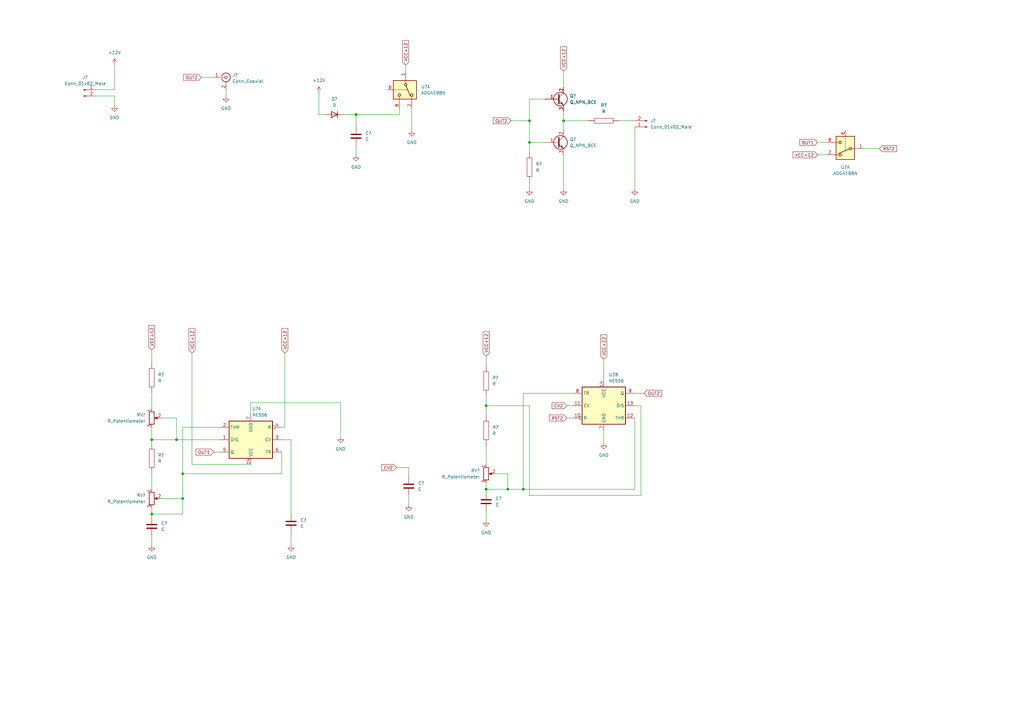
<source format=kicad_sch>
(kicad_sch (version 20211123) (generator eeschema)
  (paper "A3")
  (lib_symbols
    (symbol "Analog_Switch:ADG419BN" (pin_names (offset 0.254))
      (property "Reference" "U" (at -3.175 4.699 0))
      (property "Value" "ADG419BN" (at -3.175 2.921 0))
      (symbol "ADG419BN_1_1"
        (rectangle (start -3.81 1.905) (end 3.81 -7.62) (stroke (width 0.254)) (fill (type background)))
        (circle (center -2.159 -2.54) (radius 0.508) (stroke (width 0.254)))
        (polyline (pts (xy -5.08 -2.54) (xy -2.794 -2.54)))
        (polyline (pts (xy -1.651 -2.413) (xy 2.54 -0.635)) (stroke (width 0.254)))
        (polyline (pts (xy 0 -7.62) (xy 0 -7.112)))
        (polyline (pts (xy 0 -6.858) (xy 0 -6.604)))
        (polyline (pts (xy 0 -6.35) (xy 0 -6.096)))
        (polyline (pts (xy 0 -5.842) (xy 0 -5.588)))
        (polyline (pts (xy 0 -5.334) (xy 0 -5.08)))
        (polyline (pts (xy 0 -4.826) (xy 0 -4.572)))
        (polyline (pts (xy 0 -4.318) (xy 0 -4.064)))
        (polyline (pts (xy 0 -3.81) (xy 0 -3.556)))
        (polyline (pts (xy 0 -3.302) (xy 0 -3.048)))
        (polyline (pts (xy 0 -2.794) (xy 0 -2.54)))
        (polyline (pts (xy 0 -2.286) (xy 0 -2.032)))
        (polyline (pts (xy 0 -2.286) (xy 0 -2.032)))
        (polyline (pts (xy 5.08 -5.08) (xy 2.794 -5.08)))
        (polyline (pts (xy 5.08 0) (xy 2.794 0)))
        (circle (center 2.159 -5.08) (radius 0.508) (stroke (width 0.254)))
        (circle (center 2.159 0) (radius 0.508) (stroke (width 0.254)))
        (pin passive line (at -7.62 -2.54 0) (length 2.54) (name "~") (number "1"))
        (pin passive line (at 7.62 0 180) (length 2.54) (name "~") (number "2"))
        (pin input line (at 0 -10.16 90) (length 2.54) (name "~") (number "6"))
        (pin passive line (at 7.62 -5.08 180) (length 2.54) (name "~") (number "8"))
      )
      (symbol "ADG419BN_2_0"
        (pin power_in line (at 0 -12.7 90) (length 2.54) (name "GND") (number "3"))
        (pin power_in line (at 0 12.7 270) (length 2.54) (name "V+") (number "4"))
        (pin power_in line (at 2.54 12.7 270) (length 2.54) (name "VL") (number "5"))
        (pin power_in line (at 2.54 -12.7 90) (length 2.54) (name "V-") (number "7"))
      )
      (symbol "ADG419BN_2_1"
        (rectangle (start -3.81 10.16) (end 6.35 -10.16) (stroke (width 0.254)) (fill (type background)))
      )
    )
    (symbol "Connector:Conn_01x02_Male" (pin_names (offset 1.016) hide)
      (property "Reference" "J" (at 0 2.54 0))
      (property "Value" "Conn_01x02_Male" (at 0 -5.08 0))
      (symbol "Conn_01x02_Male_1_1"
        (polyline (pts (xy 1.27 -2.54) (xy 0.8636 -2.54)) (stroke (width 0.1524)))
        (polyline (pts (xy 1.27 0) (xy 0.8636 0)) (stroke (width 0.1524)))
        (rectangle (start 0.8636 -2.413) (end 0 -2.667) (stroke (width 0.1524)) (fill (type outline)))
        (rectangle (start 0.8636 0.127) (end 0 -0.127) (stroke (width 0.1524)) (fill (type outline)))
        (pin passive line (at 5.08 0 180) (length 3.81) (name "Pin_1") (number "1"))
        (pin passive line (at 5.08 -2.54 180) (length 3.81) (name "Pin_2") (number "2"))
      )
    )
    (symbol "Connector:Conn_Coaxial" (pin_names (offset 1.016) hide)
      (property "Reference" "J" (at 0.254 3.048 0))
      (property "Value" "Conn_Coaxial" (at 2.921 0 90))
      (symbol "Conn_Coaxial_0_1"
        (arc (start -1.778 -0.508) (mid 0.2311 -1.8066) (end 1.778 0) (stroke (width 0.254)))
        (polyline (pts (xy -2.54 0) (xy -0.508 0)))
        (polyline (pts (xy 0 -2.54) (xy 0 -1.778)))
        (circle (center 0 0) (radius 0.508) (stroke (width 0.2032)))
        (arc (start 1.778 0) (mid 0.2099 1.8101) (end -1.778 0.508) (stroke (width 0.254)))
      )
      (symbol "Conn_Coaxial_1_1"
        (pin passive line (at -5.08 0 0) (length 2.54) (name "In") (number "1"))
        (pin passive line (at 0 -5.08 90) (length 2.54) (name "Ext") (number "2"))
      )
    )
    (symbol "Device:C" (pin_numbers hide) (pin_names (offset 0.254))
      (property "Reference" "C" (at 0.635 2.54 0))
      (property "Value" "C" (at 0.635 -2.54 0))
      (symbol "C_0_1"
        (polyline (pts (xy -2.032 -0.762) (xy 2.032 -0.762)) (stroke (width 0.508)))
        (polyline (pts (xy -2.032 0.762) (xy 2.032 0.762)) (stroke (width 0.508)))
      )
      (symbol "C_1_1"
        (pin passive line (at 0 3.81 270) (length 2.794) (name "~") (number "1"))
        (pin passive line (at 0 -3.81 90) (length 2.794) (name "~") (number "2"))
      )
    )
    (symbol "Device:D" (pin_numbers hide) (pin_names (offset 1.016) hide)
      (property "Reference" "D" (at 0 2.54 0))
      (property "Value" "D" (at 0 -2.54 0))
      (symbol "D_0_1"
        (polyline (pts (xy -1.27 1.27) (xy -1.27 -1.27)) (stroke (width 0.254)))
        (polyline (pts (xy 1.27 0) (xy -1.27 0)))
        (polyline (pts (xy 1.27 1.27) (xy 1.27 -1.27) (xy -1.27 0) (xy 1.27 1.27)) (stroke (width 0.254)))
      )
      (symbol "D_1_1"
        (pin passive line (at -3.81 0 0) (length 2.54) (name "K") (number "1"))
        (pin passive line (at 3.81 0 180) (length 2.54) (name "A") (number "2"))
      )
    )
    (symbol "Device:Q_NPN_BCE" (pin_names (offset 0) hide)
      (property "Reference" "Q" (at 5.08 1.27 0))
      (property "Value" "Q_NPN_BCE" (at 5.08 -1.27 0))
      (symbol "Q_NPN_BCE_0_1"
        (polyline (pts (xy 0.635 0.635) (xy 2.54 2.54)))
        (polyline (pts (xy 0.635 -0.635) (xy 2.54 -2.54) (xy 2.54 -2.54)))
        (polyline (pts (xy 0.635 1.905) (xy 0.635 -1.905) (xy 0.635 -1.905)) (stroke (width 0.508)))
        (polyline (pts (xy 1.27 -1.778) (xy 1.778 -1.27) (xy 2.286 -2.286) (xy 1.27 -1.778) (xy 1.27 -1.778)) (fill (type outline)))
        (circle (center 1.27 0) (radius 2.8194) (stroke (width 0.254)))
      )
      (symbol "Q_NPN_BCE_1_1"
        (pin input line (at -5.08 0 0) (length 5.715) (name "B") (number "1"))
        (pin passive line (at 2.54 5.08 270) (length 2.54) (name "C") (number "2"))
        (pin passive line (at 2.54 -5.08 90) (length 2.54) (name "E") (number "3"))
      )
    )
    (symbol "Device:R_Potentiometer" (pin_names (offset 1.016) hide)
      (property "Reference" "RV" (at -4.445 0 90))
      (property "Value" "R_Potentiometer" (at -2.54 0 90))
      (symbol "R_Potentiometer_0_1"
        (polyline (pts (xy 2.54 0) (xy 1.524 0)))
        (polyline (pts (xy 1.143 0) (xy 2.286 0.508) (xy 2.286 -0.508) (xy 1.143 0)) (fill (type outline)))
        (rectangle (start 1.016 2.54) (end -1.016 -2.54) (stroke (width 0.254)))
      )
      (symbol "R_Potentiometer_1_1"
        (pin passive line (at 0 3.81 270) (length 1.27) (name "1") (number "1"))
        (pin passive line (at 3.81 0 180) (length 1.27) (name "2") (number "2"))
        (pin passive line (at 0 -3.81 90) (length 1.27) (name "3") (number "3"))
      )
    )
    (symbol "Timer:NE556"
      (property "Reference" "U" (at -10.16 8.89 0))
      (property "Value" "NE556" (at -10.16 -8.89 0))
      (symbol "NE556_0_0"
        (pin power_in line (at 0 10.16 270) (length 2.54) (name "VCC") (number "14"))
        (pin power_in line (at 0 -10.16 90) (length 2.54) (name "GND") (number "7"))
      )
      (symbol "NE556_0_1"
        (rectangle (start -8.89 -7.62) (end 8.89 7.62) (stroke (width 0.254)) (fill (type background)))
        (rectangle (start -8.89 -7.62) (end 8.89 7.62) (stroke (width 0.254)) (fill (type background)))
      )
      (symbol "NE556_1_1"
        (pin input line (at 12.7 0 180) (length 3.81) (name "DIS") (number "1"))
        (pin input line (at 12.7 -5.08 180) (length 3.81) (name "THR") (number "2"))
        (pin input line (at -12.7 0 0) (length 3.81) (name "CV") (number "3"))
        (pin input inverted (at -12.7 -5.08 0) (length 3.81) (name "R") (number "4"))
        (pin output line (at 12.7 5.08 180) (length 3.81) (name "Q") (number "5"))
        (pin input line (at -12.7 5.08 0) (length 3.81) (name "TR") (number "6"))
      )
      (symbol "NE556_2_1"
        (pin input inverted (at -12.7 -5.08 0) (length 3.81) (name "R") (number "10"))
        (pin input line (at -12.7 0 0) (length 3.81) (name "CV") (number "11"))
        (pin input line (at 12.7 -5.08 180) (length 3.81) (name "THR") (number "12"))
        (pin input line (at 12.7 0 180) (length 3.81) (name "DIS") (number "13"))
        (pin input line (at -12.7 5.08 0) (length 3.81) (name "TR") (number "8"))
        (pin output line (at 12.7 5.08 180) (length 3.81) (name "Q") (number "9"))
      )
    )
    (symbol "antmicroResistorsmisc:R" (pin_numbers hide) (pin_names (offset 0))
      (property "Reference" "R" (at 2.032 0 90))
      (property "Value" "R" (at 0 0 90))
      (symbol "R_0_1"
        (rectangle (start -1.016 3.81) (end 1.016 -3.81))
      )
      (symbol "R_1_1"
        (pin passive line (at 0 6.35 270) (length 2.54) (name "~") (number "1"))
        (pin passive line (at 0 -6.35 90) (length 2.54) (name "~") (number "2"))
      )
    )
    (symbol "power:+12V" (power) (pin_names (offset 0))
      (property "Value" "+12V" (at 0 3.556 0))
      (symbol "+12V_0_1"
        (polyline (pts (xy -0.762 1.27) (xy 0 2.54)))
        (polyline (pts (xy 0 0) (xy 0 2.54)))
        (polyline (pts (xy 0 2.54) (xy 0.762 1.27)))
      )
      (symbol "+12V_1_1"
        (pin power_in line (at 0 0 90) (length 0) hide (name "+12V") (number "1"))
      )
    )
    (symbol "power:GND" (power) (pin_names (offset 0))
      (property "Value" "GND" (at 0 -3.81 0))
      (symbol "GND_0_1"
        (polyline (pts (xy 0 0) (xy 0 -1.27) (xy 1.27 -1.27) (xy 0 -2.54) (xy -1.27 -1.27) (xy 0 -1.27)))
      )
      (symbol "GND_1_1"
        (pin power_in line (at 0 0 270) (length 0) hide (name "GND") (number "1"))
      )
    )
  )
  (junction (at 72.39 180.34))
  (junction (at 217.17 49.53))
  (junction (at 74.93 204.47))
  (junction (at 214.63 200.66))
  (junction (at 146.05 46.99))
  (junction (at 62.23 180.34))
  (junction (at 74.93 194.31))
  (junction (at 217.17 58.42))
  (junction (at 62.23 210.82))
  (junction (at 231.14 49.53))
  (junction (at 199.39 166.37))
  (junction (at 208.28 200.66))
  (junction (at 199.39 200.66))
  (wire (pts (xy 199.39 209.55) (xy 199.39 213.36)))
  (wire (pts (xy 116.84 175.26) (xy 115.57 175.26)))
  (wire (pts (xy 199.39 198.12) (xy 199.39 200.66)))
  (wire (pts (xy 335.28 63.5) (xy 339.09 63.5)))
  (wire (pts (xy 163.83 46.99) (xy 146.05 46.99)))
  (wire (pts (xy 260.35 52.07) (xy 260.35 77.47)))
  (wire (pts (xy 115.57 194.31) (xy 74.93 194.31)))
  (wire (pts (xy 199.39 200.66) (xy 199.39 201.93)))
  (wire (pts (xy 39.37 39.37) (xy 46.99 39.37)))
  (wire (pts (xy 92.71 36.83) (xy 92.71 39.37)))
  (wire (pts (xy 262.89 203.2) (xy 262.89 166.37)))
  (wire (pts (xy 199.39 162.56) (xy 199.39 166.37)))
  (wire (pts (xy 62.23 210.82) (xy 74.93 210.82)))
  (wire (pts (xy 46.99 36.83) (xy 46.99 26.67)))
  (wire (pts (xy 62.23 210.82) (xy 62.23 212.09)))
  (wire (pts (xy 87.63 185.42) (xy 90.17 185.42)))
  (wire (pts (xy 167.64 203.2) (xy 167.64 207.01)))
  (wire (pts (xy 208.28 194.31) (xy 208.28 200.66)))
  (wire (pts (xy 208.28 200.66) (xy 214.63 200.66)))
  (wire (pts (xy 199.39 166.37) (xy 217.17 166.37)))
  (wire (pts (xy 62.23 194.31) (xy 62.23 200.66)))
  (wire (pts (xy 119.38 218.44) (xy 119.38 223.52)))
  (wire (pts (xy 62.23 219.71) (xy 62.23 223.52)))
  (wire (pts (xy 217.17 40.64) (xy 217.17 49.53)))
  (wire (pts (xy 335.28 58.42) (xy 339.09 58.42)))
  (wire (pts (xy 203.2 194.31) (xy 208.28 194.31)))
  (wire (pts (xy 162.56 191.77) (xy 167.64 191.77)))
  (wire (pts (xy 39.37 36.83) (xy 46.99 36.83)))
  (wire (pts (xy 209.55 49.53) (xy 217.17 49.53)))
  (wire (pts (xy 260.35 161.29) (xy 264.16 161.29)))
  (wire (pts (xy 62.23 180.34) (xy 72.39 180.34)))
  (wire (pts (xy 62.23 161.29) (xy 62.23 167.64)))
  (wire (pts (xy 166.37 26.67) (xy 166.37 29.21)))
  (wire (pts (xy 102.87 170.18) (xy 102.87 165.1)))
  (wire (pts (xy 232.41 166.37) (xy 234.95 166.37)))
  (wire (pts (xy 231.14 29.21) (xy 231.14 35.56)))
  (wire (pts (xy 217.17 74.93) (xy 217.17 77.47)))
  (wire (pts (xy 247.65 176.53) (xy 247.65 181.61)))
  (wire (pts (xy 146.05 59.69) (xy 146.05 63.5)))
  (wire (pts (xy 232.41 171.45) (xy 234.95 171.45)))
  (wire (pts (xy 119.38 210.82) (xy 119.38 180.34)))
  (wire (pts (xy 247.65 147.32) (xy 247.65 156.21)))
  (wire (pts (xy 140.97 46.99) (xy 146.05 46.99)))
  (wire (pts (xy 217.17 49.53) (xy 217.17 58.42)))
  (wire (pts (xy 130.81 46.99) (xy 133.35 46.99)))
  (wire (pts (xy 231.14 49.53) (xy 231.14 53.34)))
  (wire (pts (xy 72.39 171.45) (xy 72.39 180.34)))
  (wire (pts (xy 262.89 166.37) (xy 260.35 166.37)))
  (wire (pts (xy 62.23 180.34) (xy 62.23 181.61)))
  (wire (pts (xy 199.39 146.05) (xy 199.39 149.86)))
  (wire (pts (xy 82.55 31.75) (xy 87.63 31.75)))
  (wire (pts (xy 78.74 144.78) (xy 78.74 190.5)))
  (wire (pts (xy 217.17 166.37) (xy 217.17 203.2)))
  (wire (pts (xy 102.87 190.5) (xy 78.74 190.5)))
  (wire (pts (xy 62.23 175.26) (xy 62.23 180.34)))
  (wire (pts (xy 167.64 191.77) (xy 167.64 195.58)))
  (wire (pts (xy 254 49.53) (xy 260.35 49.53)))
  (wire (pts (xy 46.99 39.37) (xy 46.99 43.18)))
  (wire (pts (xy 74.93 210.82) (xy 74.93 204.47)))
  (wire (pts (xy 66.04 171.45) (xy 72.39 171.45)))
  (wire (pts (xy 115.57 185.42) (xy 115.57 194.31)))
  (wire (pts (xy 217.17 58.42) (xy 217.17 62.23)))
  (wire (pts (xy 74.93 204.47) (xy 74.93 194.31)))
  (wire (pts (xy 199.39 166.37) (xy 199.39 170.18)))
  (wire (pts (xy 223.52 40.64) (xy 217.17 40.64)))
  (wire (pts (xy 119.38 180.34) (xy 115.57 180.34)))
  (wire (pts (xy 66.04 204.47) (xy 74.93 204.47)))
  (wire (pts (xy 231.14 45.72) (xy 231.14 49.53)))
  (wire (pts (xy 214.63 200.66) (xy 260.35 200.66)))
  (wire (pts (xy 231.14 49.53) (xy 241.3 49.53)))
  (wire (pts (xy 116.84 144.78) (xy 116.84 175.26)))
  (wire (pts (xy 102.87 165.1) (xy 139.7 165.1)))
  (wire (pts (xy 163.83 44.45) (xy 163.83 46.99)))
  (wire (pts (xy 130.81 38.1) (xy 130.81 46.99)))
  (wire (pts (xy 72.39 180.34) (xy 90.17 180.34)))
  (wire (pts (xy 146.05 46.99) (xy 146.05 52.07)))
  (wire (pts (xy 354.33 60.96) (xy 360.68 60.96)))
  (wire (pts (xy 74.93 194.31) (xy 74.93 175.26)))
  (wire (pts (xy 62.23 143.51) (xy 62.23 148.59)))
  (wire (pts (xy 260.35 200.66) (xy 260.35 171.45)))
  (wire (pts (xy 168.91 44.45) (xy 168.91 53.34)))
  (wire (pts (xy 74.93 175.26) (xy 90.17 175.26)))
  (wire (pts (xy 217.17 58.42) (xy 223.52 58.42)))
  (wire (pts (xy 139.7 165.1) (xy 139.7 179.07)))
  (wire (pts (xy 199.39 182.88) (xy 199.39 190.5)))
  (wire (pts (xy 62.23 208.28) (xy 62.23 210.82)))
  (wire (pts (xy 199.39 200.66) (xy 208.28 200.66)))
  (wire (pts (xy 214.63 161.29) (xy 234.95 161.29)))
  (wire (pts (xy 217.17 203.2) (xy 262.89 203.2)))
  (wire (pts (xy 214.63 200.66) (xy 214.63 161.29)))
  (wire (pts (xy 231.14 63.5) (xy 231.14 77.47)))
  (global_label "CV2" (shape input) (at 162.56 191.77 180) (property "Intersheet References" "${INTERSHEET_REFS}" (effects hide)))
  (global_label "CV2" (shape input) (at 232.41 166.37 180) (property "Intersheet References" "${INTERSHEET_REFS}" (effects hide)))
  (global_label "OUT2" (shape input) (at 82.55 31.75 180) (property "Intersheet References" "${INTERSHEET_REFS}" (effects hide)))
  (global_label "VCC+12" (shape input) (at 199.39 146.05 90) (property "Intersheet References" "${INTERSHEET_REFS}" (effects hide)))
  (global_label "RST2" (shape input) (at 232.41 171.45 180) (property "Intersheet References" "${INTERSHEET_REFS}" (effects hide)))
  (global_label "VCC+12" (shape input) (at 231.14 29.21 90) (property "Intersheet References" "${INTERSHEET_REFS}" (effects hide)))
  (global_label "VCC+12" (shape input) (at 247.65 147.32 90) (property "Intersheet References" "${INTERSHEET_REFS}" (effects hide)))
  (global_label "OUT2" (shape input) (at 264.16 161.29 0) (property "Intersheet References" "${INTERSHEET_REFS}" (effects hide)))
  (global_label "VCC+12" (shape input) (at 335.28 63.5 180) (property "Intersheet References" "${INTERSHEET_REFS}" (effects hide)))
  (global_label "OUT1" (shape input) (at 335.28 58.42 180) (property "Intersheet References" "${INTERSHEET_REFS}" (effects hide)))
  (global_label "VCC+12" (shape input) (at 166.37 26.67 90) (property "Intersheet References" "${INTERSHEET_REFS}" (effects hide)))
  (global_label "VCC+12" (shape input) (at 62.23 143.51 90) (property "Intersheet References" "${INTERSHEET_REFS}" (effects hide)))
  (global_label "VCC+12" (shape input) (at 78.74 144.78 90) (property "Intersheet References" "${INTERSHEET_REFS}" (effects hide)))
  (global_label "RST2" (shape input) (at 360.68 60.96 0) (property "Intersheet References" "${INTERSHEET_REFS}" (effects hide)))
  (global_label "OUT2" (shape input) (at 209.55 49.53 180) (property "Intersheet References" "${INTERSHEET_REFS}" (effects hide)))
  (global_label "OUT1" (shape input) (at 87.63 185.42 180) (property "Intersheet References" "${INTERSHEET_REFS}" (effects hide)))
  (global_label "VCC+12" (shape input) (at 116.84 144.78 90) (property "Intersheet References" "${INTERSHEET_REFS}" (effects hide)))
  (symbol (lib_id "Device:C") (at 167.64 199.39 0) (unit 1)
    (property "Reference" "C?" (at 171.45 198.1199 0) (effects (justify left)))
    (property "Value" "C" (at 171.45 200.6599 0) (effects (justify left)))
  )
  (symbol (lib_id "power:GND") (at 260.35 77.47 0) (unit 1)
    (property "Reference" "#PWR?" (effects hide))
    (property "Value" "GND" (at 260.35 82.55 0))
  )
  (symbol (lib_id "antmicroResistorsmisc:R") (at 217.17 68.58 0) (unit 1)
    (property "Reference" "R?" (at 219.71 67.3099 0) (effects (justify left)))
    (property "Value" "R" (at 219.71 69.8499 0) (effects (justify left)))
    (property "Footprint" "antmicro-footprints:R_0201_0603Metric" (effects hide))
  )
  (symbol (lib_id "power:GND") (at 217.17 77.47 0) (unit 1)
    (property "Reference" "#PWR?" (effects hide))
    (property "Value" "GND" (at 217.17 82.55 0))
  )
  (symbol (lib_id "Device:R_Potentiometer") (at 62.23 171.45 0) (unit 1)
    (property "Reference" "RV?" (at 59.69 170.1799 0) (effects (justify right)))
    (property "Value" "R_Potentiometer" (at 59.69 172.7199 0) (effects (justify right)))
  )
  (symbol (lib_id "Device:C") (at 119.38 214.63 0) (unit 1)
    (property "Reference" "C?" (at 123.19 213.3599 0) (effects (justify left)))
    (property "Value" "C" (at 123.19 215.8999 0) (effects (justify left)))
  )
  (symbol (lib_id "Timer:NE556") (at 102.87 180.34 180) (unit 1)
    (property "Reference" "U?" (at 103.3906 167.64 0) (effects (justify right)))
    (property "Value" "NE556" (at 103.3906 170.18 0) (effects (justify right)))
    (property "Datasheet" "http://www.ti.com/lit/ds/symlink/ne556.pdf" (effects hide))
  )
  (symbol (lib_id "Device:D") (at 137.16 46.99 180) (unit 1)
    (property "Reference" "D?" (at 137.16 40.64 0))
    (property "Value" "D" (at 137.16 43.18 0))
  )
  (symbol (lib_id "power:GND") (at 119.38 223.52 0) (unit 1)
    (property "Reference" "#PWR?" (effects hide))
    (property "Value" "GND" (at 119.38 228.6 0))
  )
  (symbol (lib_id "Device:C") (at 199.39 205.74 0) (unit 1)
    (property "Reference" "C?" (at 203.2 204.4699 0) (effects (justify left)))
    (property "Value" "C" (at 203.2 207.0099 0) (effects (justify left)))
  )
  (symbol (lib_id "antmicroResistorsmisc:R") (at 247.65 49.53 90) (unit 1)
    (property "Reference" "R?" (at 247.65 43.18 90))
    (property "Value" "R" (at 247.65 45.72 90))
    (property "Footprint" "antmicro-footprints:R_0201_0603Metric" (effects hide))
  )
  (symbol (lib_id "power:GND") (at 231.14 77.47 0) (unit 1)
    (property "Reference" "#PWR?" (effects hide))
    (property "Value" "GND" (at 231.14 82.55 0))
  )
  (symbol (lib_id "Device:C") (at 146.05 55.88 0) (unit 1)
    (property "Reference" "C?" (at 149.86 54.6099 0) (effects (justify left)))
    (property "Value" "C" (at 149.86 57.1499 0) (effects (justify left)))
  )
  (symbol (lib_id "Analog_Switch:ADG419BN") (at 346.71 63.5 180) (unit 1)
    (property "Reference" "U?" (at 346.71 68.58 0))
    (property "Value" "ADG419BN" (at 346.71 71.12 0))
    (property "Footprint" "Package_DIP:DIP-8_W7.62mm" (effects hide))
    (property "Datasheet" "https://www.analog.com/media/en/technical-documentation/data-sheets/ADG419.pdf" (effects hide))
  )
  (symbol (lib_id "Connector:Conn_Coaxial") (at 92.71 31.75 0) (unit 1)
    (property "Reference" "J?" (at 95.25 30.7731 0) (effects (justify left)))
    (property "Value" "Conn_Coaxial" (at 95.25 33.3131 0) (effects (justify left)))
    (property "Datasheet" " ~" (effects hide))
  )
  (symbol (lib_id "power:GND") (at 92.71 39.37 0) (unit 1)
    (property "Reference" "#PWR?" (effects hide))
    (property "Value" "GND" (at 92.71 44.45 0))
  )
  (symbol (lib_id "power:GND") (at 139.7 179.07 0) (unit 1)
    (property "Reference" "#PWR?" (effects hide))
    (property "Value" "GND" (at 139.7 184.15 0))
  )
  (symbol (lib_id "power:+12V") (at 46.99 26.67 0) (unit 1)
    (property "Reference" "#PWR?" (effects hide))
    (property "Value" "+12V" (at 46.99 21.59 0))
  )
  (symbol (lib_id "Device:R_Potentiometer") (at 199.39 194.31 0) (unit 1)
    (property "Reference" "RV?" (at 196.85 193.0399 0) (effects (justify right)))
    (property "Value" "R_Potentiometer" (at 196.85 195.5799 0) (effects (justify right)))
  )
  (symbol (lib_id "power:GND") (at 247.65 181.61 0) (unit 1)
    (property "Reference" "#PWR?" (effects hide))
    (property "Value" "GND" (at 247.65 186.69 0))
  )
  (symbol (lib_id "antmicroResistorsmisc:R") (at 62.23 154.94 0) (unit 1)
    (property "Reference" "R?" (at 64.77 153.6699 0) (effects (justify left)))
    (property "Value" "R" (at 64.77 156.2099 0) (effects (justify left)))
    (property "Footprint" "antmicro-footprints:R_0201_0603Metric" (effects hide))
  )
  (symbol (lib_id "antmicroResistorsmisc:R") (at 199.39 156.21 0) (unit 1)
    (property "Reference" "R?" (at 201.93 154.9399 0) (effects (justify left)))
    (property "Value" "R" (at 201.93 157.4799 0) (effects (justify left)))
    (property "Footprint" "antmicro-footprints:R_0201_0603Metric" (effects hide))
  )
  (symbol (lib_id "antmicroResistorsmisc:R") (at 199.39 176.53 0) (unit 1)
    (property "Reference" "R?" (at 201.93 175.2599 0) (effects (justify left)))
    (property "Value" "R" (at 201.93 177.7999 0) (effects (justify left)))
    (property "Footprint" "antmicro-footprints:R_0201_0603Metric" (effects hide))
  )
  (symbol (lib_id "Device:R_Potentiometer") (at 62.23 204.47 0) (unit 1)
    (property "Reference" "RV?" (at 59.69 203.1999 0) (effects (justify right)))
    (property "Value" "R_Potentiometer" (at 59.69 205.7399 0) (effects (justify right)))
  )
  (symbol (lib_id "power:+12V") (at 130.81 38.1 0) (unit 1)
    (property "Reference" "#PWR?" (effects hide))
    (property "Value" "+12V" (at 130.81 33.02 0))
  )
  (symbol (lib_id "power:GND") (at 167.64 207.01 0) (unit 1)
    (property "Reference" "#PWR?" (effects hide))
    (property "Value" "GND" (at 167.64 212.09 0))
  )
  (symbol (lib_id "power:GND") (at 199.39 213.36 0) (unit 1)
    (property "Reference" "#PWR?" (effects hide))
    (property "Value" "GND" (at 199.39 218.44 0))
  )
  (symbol (lib_id "Device:Q_NPN_BCE") (at 228.6 58.42 0) (unit 1)
    (property "Reference" "Q?" (at 233.68 57.1499 0) (effects (justify left)))
    (property "Value" "Q_NPN_BCE" (at 233.68 59.6899 0) (effects (justify left)))
  )
  (symbol (lib_id "power:GND") (at 46.99 43.18 0) (unit 1)
    (property "Reference" "#PWR?" (effects hide))
    (property "Value" "GND" (at 46.99 48.26 0))
  )
  (symbol (lib_id "Connector:Conn_01x02_Male") (at 265.43 52.07 180) (unit 1)
    (property "Reference" "J?" (at 266.7 49.5299 0) (effects (justify right)))
    (property "Value" "Conn_01x02_Male" (at 266.7 52.0699 0) (effects (justify right)))
  )
  (symbol (lib_id "Connector:Conn_01x02_Male") (at 34.29 36.83 0) (unit 1)
    (property "Reference" "J?" (at 34.925 31.75 0))
    (property "Value" "Conn_01x02_Male" (at 34.925 34.29 0))
  )
  (symbol (lib_id "Analog_Switch:ADG419BN") (at 168.91 36.83 270) (unit 1)
    (property "Reference" "U?" (at 172.72 35.5599 90) (effects (justify left)))
    (property "Value" "ADG419BN" (at 172.72 38.0999 90) (effects (justify left)))
    (property "Footprint" "Package_DIP:DIP-8_W7.62mm" (effects hide))
    (property "Datasheet" "https://www.analog.com/media/en/technical-documentation/data-sheets/ADG419.pdf" (effects hide))
  )
  (symbol (lib_id "Device:Q_NPN_BCE") (at 228.6 40.64 0) (unit 1)
    (property "Reference" "Q?" (at 233.68 39.3699 0) (effects (justify left)))
    (property "Value" "Q_NPN_BCE" (at 233.68 41.9099 0) (effects (justify left)))
  )
  (symbol (lib_id "Device:C") (at 62.23 215.9 0) (unit 1)
    (property "Reference" "C?" (at 66.04 214.6299 0) (effects (justify left)))
    (property "Value" "C" (at 66.04 217.1699 0) (effects (justify left)))
  )
  (symbol (lib_id "power:GND") (at 62.23 223.52 0) (unit 1)
    (property "Reference" "#PWR?" (effects hide))
    (property "Value" "GND" (at 62.23 228.6 0))
  )
  (symbol (lib_id "power:GND") (at 146.05 63.5 0) (unit 1)
    (property "Reference" "#PWR?" (effects hide))
    (property "Value" "GND" (at 146.05 68.58 0))
  )
  (symbol (lib_id "antmicroResistorsmisc:R") (at 62.23 187.96 0) (unit 1)
    (property "Reference" "R?" (at 64.77 186.6899 0) (effects (justify left)))
    (property "Value" "R" (at 64.77 189.2299 0) (effects (justify left)))
    (property "Footprint" "antmicro-footprints:R_0201_0603Metric" (effects hide))
  )
  (symbol (lib_id "Timer:NE556") (at 247.65 166.37 0) (unit 2)
    (property "Reference" "U?" (at 249.6694 153.67 0) (effects (justify left)))
    (property "Value" "NE556" (at 249.6694 156.21 0) (effects (justify left)))
    (property "Datasheet" "http://www.ti.com/lit/ds/symlink/ne556.pdf" (effects hide))
  )
  (symbol (lib_id "power:GND") (at 168.91 53.34 0) (unit 1)
    (property "Reference" "#PWR?" (effects hide))
    (property "Value" "GND" (at 168.91 58.42 0))
  )
)
</source>
